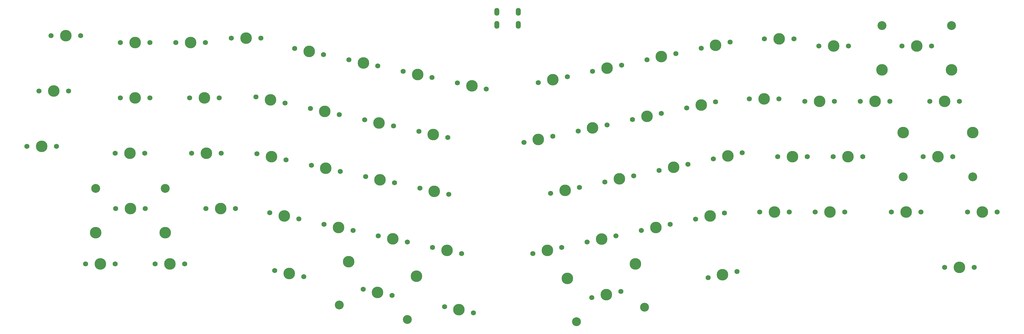
<source format=gbr>
%TF.GenerationSoftware,KiCad,Pcbnew,7.0.7*%
%TF.CreationDate,2023-10-16T19:58:37+09:00*%
%TF.ProjectId,Purin_PCB,50757269-6e5f-4504-9342-2e6b69636164,rev?*%
%TF.SameCoordinates,Original*%
%TF.FileFunction,Soldermask,Top*%
%TF.FilePolarity,Negative*%
%FSLAX46Y46*%
G04 Gerber Fmt 4.6, Leading zero omitted, Abs format (unit mm)*
G04 Created by KiCad (PCBNEW 7.0.7) date 2023-10-16 19:58:37*
%MOMM*%
%LPD*%
G01*
G04 APERTURE LIST*
%ADD10C,1.750000*%
%ADD11C,3.987800*%
%ADD12C,3.048000*%
%ADD13O,1.700000X2.700000*%
G04 APERTURE END LIST*
D10*
%TO.C,MX16*%
X19764567Y124132133D03*
D11*
X14684567Y124132133D03*
D10*
X9604567Y124132133D03*
%TD*%
%TO.C,MX4*%
X85804567Y142388383D03*
D11*
X80724567Y142388383D03*
D10*
X75644567Y142388383D03*
%TD*%
%TO.C,MX11*%
X228291383Y137033052D03*
D11*
X223322393Y135976861D03*
D10*
X218353403Y134920670D03*
%TD*%
%TO.C,MX53*%
X226386383Y78232052D03*
D11*
X221417393Y77175861D03*
D10*
X216448403Y76119670D03*
%TD*%
%TO.C,MX50*%
X154708118Y68223492D03*
D11*
X149739128Y69279683D03*
D10*
X144770138Y70335874D03*
%TD*%
%TO.C,MX43*%
X292455041Y101587685D03*
D11*
X287375041Y101587685D03*
D10*
X282295041Y101587685D03*
%TD*%
%TO.C,MX14*%
X287533791Y139687685D03*
D11*
X282453791Y139687685D03*
D10*
X277373791Y139687685D03*
%TD*%
%TO.C,MX66*%
X330713791Y63487685D03*
D11*
X325633791Y63487685D03*
D10*
X320553791Y63487685D03*
%TD*%
%TO.C,MX25*%
X223323069Y116463158D03*
D11*
X218354079Y115406967D03*
D10*
X213385089Y114350776D03*
%TD*%
%TO.C,MX20*%
X112720329Y116070771D03*
D11*
X107751339Y117126962D03*
D10*
X102782349Y118183153D03*
%TD*%
%TO.C,MX2*%
X47704567Y140800883D03*
D11*
X42624567Y140800883D03*
D10*
X37544567Y140800883D03*
%TD*%
%TO.C,MX1*%
X23892067Y143182133D03*
D11*
X18812067Y143182133D03*
D10*
X13732067Y143182133D03*
%TD*%
%TO.C,MX23*%
X186055645Y108541723D03*
D11*
X181086655Y107485532D03*
D10*
X176117665Y106429341D03*
%TD*%
%TO.C,MX38*%
X195214959Y91011617D03*
D11*
X190245969Y89955426D03*
D10*
X185276979Y88899235D03*
%TD*%
%TO.C,MX32*%
X45958317Y102700883D03*
D11*
X40878317Y102700883D03*
D10*
X35798317Y102700883D03*
%TD*%
%TO.C,MX17*%
X47704567Y121750883D03*
D11*
X42624567Y121750883D03*
D10*
X37544567Y121750883D03*
%TD*%
%TO.C,MX41*%
X251116095Y102893770D03*
D11*
X246147105Y101837579D03*
D10*
X241178115Y100781388D03*
%TD*%
D11*
%TO.C,MX15*%
X322966791Y131432685D03*
D12*
X322966791Y146672685D03*
D10*
X316108791Y139687685D03*
D11*
X311028791Y139687685D03*
D10*
X305948791Y139687685D03*
D11*
X299090791Y131432685D03*
D12*
X299090791Y146672685D03*
%TD*%
D10*
%TO.C,MX3*%
X66754567Y140800883D03*
D11*
X61674567Y140800883D03*
D10*
X56594567Y140800883D03*
%TD*%
%TO.C,MX21*%
X131354041Y112110054D03*
D11*
X126385051Y113166245D03*
D10*
X121416061Y114222436D03*
%TD*%
%TO.C,MX10*%
X209657671Y133072335D03*
D11*
X204688681Y132016144D03*
D10*
X199719691Y130959953D03*
%TD*%
%TO.C,MX52*%
X207752672Y74271334D03*
D11*
X202783682Y73215143D03*
D10*
X197814692Y72158952D03*
%TD*%
%TO.C,MX58*%
X338651291Y82537685D03*
D11*
X333571291Y82537685D03*
D10*
X328491291Y82537685D03*
%TD*%
%TO.C,MX22*%
X149987753Y108149336D03*
D11*
X145018763Y109205527D03*
D10*
X140049773Y110261718D03*
%TD*%
D12*
%TO.C,MX44*%
X330269291Y94602685D03*
D11*
X330269291Y109842685D03*
D10*
X323411291Y101587685D03*
D11*
X318331291Y101587685D03*
D10*
X313251291Y101587685D03*
D12*
X306393291Y94602685D03*
D11*
X306393291Y109842685D03*
%TD*%
D10*
%TO.C,MX28*%
X282771291Y120637685D03*
D11*
X277691291Y120637685D03*
D10*
X272611291Y120637685D03*
%TD*%
%TO.C,MX34*%
X94425253Y100474278D03*
D11*
X89456263Y101530469D03*
D10*
X84487273Y102586660D03*
%TD*%
%TO.C,MX56*%
X286263791Y82537685D03*
D11*
X281183791Y82537685D03*
D10*
X276103791Y82537685D03*
%TD*%
%TO.C,MX31*%
X15637067Y105082133D03*
D11*
X10557067Y105082133D03*
D10*
X5477067Y105082133D03*
%TD*%
%TO.C,MX30*%
X325633791Y120637685D03*
D11*
X320553791Y120637685D03*
D10*
X315473791Y120637685D03*
%TD*%
%TO.C,MX33*%
X72152067Y102700883D03*
D11*
X67072067Y102700883D03*
D10*
X61992067Y102700883D03*
%TD*%
%TO.C,MX8*%
X163232879Y124842183D03*
D11*
X158263889Y125898374D03*
D10*
X153294899Y126954565D03*
%TD*%
%TO.C,MX49*%
X136074407Y72184210D03*
D11*
X131105417Y73240401D03*
D10*
X126136427Y74296592D03*
%TD*%
%TO.C,MX42*%
X273405041Y101587685D03*
D11*
X268325041Y101587685D03*
D10*
X263245041Y101587685D03*
%TD*%
%TO.C,MX39*%
X213848671Y94972335D03*
D11*
X208879681Y93916144D03*
D10*
X203910691Y92859953D03*
%TD*%
%TO.C,MX36*%
X131692676Y92552843D03*
D11*
X126723686Y93609034D03*
D10*
X121754696Y94665225D03*
%TD*%
%TO.C,MX40*%
X232482383Y98933052D03*
D11*
X227513393Y97876861D03*
D10*
X222544403Y96820670D03*
%TD*%
%TO.C,MX6*%
X125965456Y132763618D03*
D11*
X120996466Y133819809D03*
D10*
X116027476Y134876000D03*
%TD*%
%TO.C,MX54*%
X245020095Y82192770D03*
D11*
X240051105Y81136579D03*
D10*
X235082115Y80080388D03*
%TD*%
%TO.C,MX37*%
X150326388Y88592125D03*
D11*
X145357398Y89648316D03*
D10*
X140388408Y90704507D03*
%TD*%
%TO.C,MX47*%
X98806983Y80105645D03*
D11*
X93837993Y81161836D03*
D10*
X88869003Y82218027D03*
%TD*%
%TO.C,MX57*%
X312457541Y82537685D03*
D11*
X307377541Y82537685D03*
D10*
X302297541Y82537685D03*
%TD*%
D11*
%TO.C,MX45*%
X52968817Y75395883D03*
D12*
X52968817Y90635883D03*
D10*
X46110817Y83650883D03*
D11*
X41030817Y83650883D03*
D10*
X35950817Y83650883D03*
D11*
X29092817Y75395883D03*
D12*
X29092817Y90635883D03*
%TD*%
D10*
%TO.C,MX46*%
X77067067Y83650883D03*
D11*
X71987067Y83650883D03*
D10*
X66907067Y83650883D03*
%TD*%
%TO.C,MX13*%
X268864791Y142100685D03*
D11*
X263784791Y142100685D03*
D10*
X258704791Y142100685D03*
%TD*%
%TO.C,MX35*%
X113058964Y96513561D03*
D11*
X108089974Y97569752D03*
D10*
X103120984Y98625943D03*
%TD*%
%TO.C,MX27*%
X263721291Y121431435D03*
D11*
X258641291Y121431435D03*
D10*
X253561291Y121431435D03*
%TD*%
%TO.C,MX61*%
X100505494Y60238586D03*
D11*
X95536504Y61294777D03*
D10*
X90567514Y62350968D03*
%TD*%
D11*
%TO.C,MX64*%
X191021748Y59678901D03*
D12*
X194190322Y44771931D03*
D10*
X199446195Y53030151D03*
D11*
X204415185Y54086342D03*
D10*
X209384175Y55142533D03*
D11*
X214376000Y64643000D03*
D12*
X217544574Y49736031D03*
%TD*%
D10*
%TO.C,MX65*%
X249290923Y61998610D03*
D11*
X244321933Y60942419D03*
D10*
X239352943Y59886228D03*
%TD*%
%TO.C,MX7*%
X144599168Y128802900D03*
D11*
X139630178Y129859091D03*
D10*
X134661188Y130915282D03*
%TD*%
%TO.C,MX60*%
X59610817Y64600883D03*
D11*
X54530817Y64600883D03*
D10*
X49450817Y64600883D03*
%TD*%
%TO.C,MX48*%
X117440695Y76144927D03*
D11*
X112471705Y77201118D03*
D10*
X107502715Y78257309D03*
%TD*%
%TO.C,MX9*%
X191023960Y129111617D03*
D11*
X186054970Y128055426D03*
D10*
X181085980Y126999235D03*
%TD*%
%TO.C,MX63*%
X158798493Y47792586D03*
D11*
X153829503Y48848777D03*
D10*
X148860513Y49904968D03*
%TD*%
%TO.C,MX26*%
X241956781Y120423876D03*
D11*
X236987791Y119367685D03*
D10*
X232018801Y118311494D03*
%TD*%
%TO.C,MX18*%
X71517067Y121750883D03*
D11*
X66437067Y121750883D03*
D10*
X61357067Y121750883D03*
%TD*%
%TO.C,MX19*%
X94086617Y120031489D03*
D11*
X89117627Y121087680D03*
D10*
X84148637Y122143871D03*
%TD*%
%TO.C,MX24*%
X204689357Y112502440D03*
D11*
X199720367Y111446249D03*
D10*
X194751377Y110390058D03*
%TD*%
%TO.C,MX29*%
X301821291Y120637685D03*
D11*
X296741291Y120637685D03*
D10*
X291661291Y120637685D03*
%TD*%
%TO.C,MX51*%
X189118960Y70310617D03*
D11*
X184149970Y69254426D03*
D10*
X179180980Y68198235D03*
%TD*%
%TO.C,MX55*%
X267213791Y82537685D03*
D11*
X262133791Y82537685D03*
D10*
X257053791Y82537685D03*
%TD*%
D12*
%TO.C,MX62*%
X136098376Y45505579D03*
D11*
X139266950Y60412549D03*
D10*
X130842503Y53763799D03*
D11*
X125873513Y54819990D03*
D10*
X120904523Y55876181D03*
D12*
X112744124Y50469679D03*
D11*
X115912698Y65376648D03*
%TD*%
D10*
%TO.C,MX12*%
X246925095Y140993770D03*
D11*
X241956105Y139937579D03*
D10*
X236987115Y138881388D03*
%TD*%
%TO.C,MX5*%
X107331744Y136724336D03*
D11*
X102362754Y137780527D03*
D10*
X97393764Y138836718D03*
%TD*%
%TO.C,MX59*%
X35798317Y64600883D03*
D11*
X30718317Y64600883D03*
D10*
X25638317Y64600883D03*
%TD*%
D13*
%TO.C,USB1*%
X174158414Y151452055D03*
X166858414Y151452055D03*
X174158414Y146952055D03*
X166858414Y146952055D03*
%TD*%
M02*

</source>
